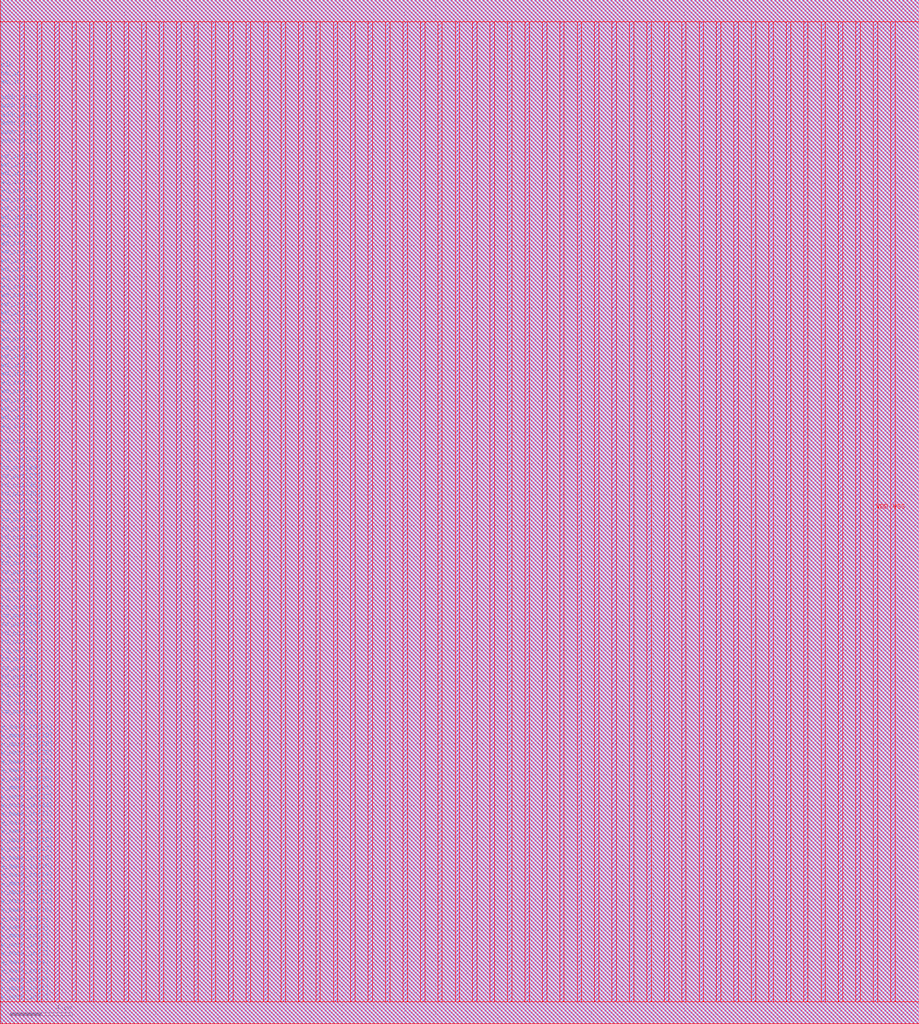
<source format=lef>
VERSION 5.7 ;
BUSBITCHARS "[]" ;
MACRO fakeram45_64x32
  FOREIGN fakeram45_64x32 0 0 ;
  SYMMETRY X Y R90 ;
  SIZE 59.090 BY 65.800 ;
  CLASS BLOCK ;
  PIN w_mask_in[0]
    DIRECTION INPUT ;
    USE SIGNAL ;
    SHAPE ABUTMENT ;
    PORT
      LAYER metal3 ;
      RECT 0.000 1.365 0.070 1.435 ;
    END
  END w_mask_in[0]
  PIN w_mask_in[1]
    DIRECTION INPUT ;
    USE SIGNAL ;
    SHAPE ABUTMENT ;
    PORT
      LAYER metal3 ;
      RECT 0.000 1.925 0.070 1.995 ;
    END
  END w_mask_in[1]
  PIN w_mask_in[2]
    DIRECTION INPUT ;
    USE SIGNAL ;
    SHAPE ABUTMENT ;
    PORT
      LAYER metal3 ;
      RECT 0.000 2.485 0.070 2.555 ;
    END
  END w_mask_in[2]
  PIN w_mask_in[3]
    DIRECTION INPUT ;
    USE SIGNAL ;
    SHAPE ABUTMENT ;
    PORT
      LAYER metal3 ;
      RECT 0.000 3.045 0.070 3.115 ;
    END
  END w_mask_in[3]
  PIN w_mask_in[4]
    DIRECTION INPUT ;
    USE SIGNAL ;
    SHAPE ABUTMENT ;
    PORT
      LAYER metal3 ;
      RECT 0.000 3.605 0.070 3.675 ;
    END
  END w_mask_in[4]
  PIN w_mask_in[5]
    DIRECTION INPUT ;
    USE SIGNAL ;
    SHAPE ABUTMENT ;
    PORT
      LAYER metal3 ;
      RECT 0.000 4.165 0.070 4.235 ;
    END
  END w_mask_in[5]
  PIN w_mask_in[6]
    DIRECTION INPUT ;
    USE SIGNAL ;
    SHAPE ABUTMENT ;
    PORT
      LAYER metal3 ;
      RECT 0.000 4.725 0.070 4.795 ;
    END
  END w_mask_in[6]
  PIN w_mask_in[7]
    DIRECTION INPUT ;
    USE SIGNAL ;
    SHAPE ABUTMENT ;
    PORT
      LAYER metal3 ;
      RECT 0.000 5.285 0.070 5.355 ;
    END
  END w_mask_in[7]
  PIN w_mask_in[8]
    DIRECTION INPUT ;
    USE SIGNAL ;
    SHAPE ABUTMENT ;
    PORT
      LAYER metal3 ;
      RECT 0.000 5.845 0.070 5.915 ;
    END
  END w_mask_in[8]
  PIN w_mask_in[9]
    DIRECTION INPUT ;
    USE SIGNAL ;
    SHAPE ABUTMENT ;
    PORT
      LAYER metal3 ;
      RECT 0.000 6.405 0.070 6.475 ;
    END
  END w_mask_in[9]
  PIN w_mask_in[10]
    DIRECTION INPUT ;
    USE SIGNAL ;
    SHAPE ABUTMENT ;
    PORT
      LAYER metal3 ;
      RECT 0.000 6.965 0.070 7.035 ;
    END
  END w_mask_in[10]
  PIN w_mask_in[11]
    DIRECTION INPUT ;
    USE SIGNAL ;
    SHAPE ABUTMENT ;
    PORT
      LAYER metal3 ;
      RECT 0.000 7.525 0.070 7.595 ;
    END
  END w_mask_in[11]
  PIN w_mask_in[12]
    DIRECTION INPUT ;
    USE SIGNAL ;
    SHAPE ABUTMENT ;
    PORT
      LAYER metal3 ;
      RECT 0.000 8.085 0.070 8.155 ;
    END
  END w_mask_in[12]
  PIN w_mask_in[13]
    DIRECTION INPUT ;
    USE SIGNAL ;
    SHAPE ABUTMENT ;
    PORT
      LAYER metal3 ;
      RECT 0.000 8.645 0.070 8.715 ;
    END
  END w_mask_in[13]
  PIN w_mask_in[14]
    DIRECTION INPUT ;
    USE SIGNAL ;
    SHAPE ABUTMENT ;
    PORT
      LAYER metal3 ;
      RECT 0.000 9.205 0.070 9.275 ;
    END
  END w_mask_in[14]
  PIN w_mask_in[15]
    DIRECTION INPUT ;
    USE SIGNAL ;
    SHAPE ABUTMENT ;
    PORT
      LAYER metal3 ;
      RECT 0.000 9.765 0.070 9.835 ;
    END
  END w_mask_in[15]
  PIN w_mask_in[16]
    DIRECTION INPUT ;
    USE SIGNAL ;
    SHAPE ABUTMENT ;
    PORT
      LAYER metal3 ;
      RECT 0.000 10.325 0.070 10.395 ;
    END
  END w_mask_in[16]
  PIN w_mask_in[17]
    DIRECTION INPUT ;
    USE SIGNAL ;
    SHAPE ABUTMENT ;
    PORT
      LAYER metal3 ;
      RECT 0.000 10.885 0.070 10.955 ;
    END
  END w_mask_in[17]
  PIN w_mask_in[18]
    DIRECTION INPUT ;
    USE SIGNAL ;
    SHAPE ABUTMENT ;
    PORT
      LAYER metal3 ;
      RECT 0.000 11.445 0.070 11.515 ;
    END
  END w_mask_in[18]
  PIN w_mask_in[19]
    DIRECTION INPUT ;
    USE SIGNAL ;
    SHAPE ABUTMENT ;
    PORT
      LAYER metal3 ;
      RECT 0.000 12.005 0.070 12.075 ;
    END
  END w_mask_in[19]
  PIN w_mask_in[20]
    DIRECTION INPUT ;
    USE SIGNAL ;
    SHAPE ABUTMENT ;
    PORT
      LAYER metal3 ;
      RECT 0.000 12.565 0.070 12.635 ;
    END
  END w_mask_in[20]
  PIN w_mask_in[21]
    DIRECTION INPUT ;
    USE SIGNAL ;
    SHAPE ABUTMENT ;
    PORT
      LAYER metal3 ;
      RECT 0.000 13.125 0.070 13.195 ;
    END
  END w_mask_in[21]
  PIN w_mask_in[22]
    DIRECTION INPUT ;
    USE SIGNAL ;
    SHAPE ABUTMENT ;
    PORT
      LAYER metal3 ;
      RECT 0.000 13.685 0.070 13.755 ;
    END
  END w_mask_in[22]
  PIN w_mask_in[23]
    DIRECTION INPUT ;
    USE SIGNAL ;
    SHAPE ABUTMENT ;
    PORT
      LAYER metal3 ;
      RECT 0.000 14.245 0.070 14.315 ;
    END
  END w_mask_in[23]
  PIN w_mask_in[24]
    DIRECTION INPUT ;
    USE SIGNAL ;
    SHAPE ABUTMENT ;
    PORT
      LAYER metal3 ;
      RECT 0.000 14.805 0.070 14.875 ;
    END
  END w_mask_in[24]
  PIN w_mask_in[25]
    DIRECTION INPUT ;
    USE SIGNAL ;
    SHAPE ABUTMENT ;
    PORT
      LAYER metal3 ;
      RECT 0.000 15.365 0.070 15.435 ;
    END
  END w_mask_in[25]
  PIN w_mask_in[26]
    DIRECTION INPUT ;
    USE SIGNAL ;
    SHAPE ABUTMENT ;
    PORT
      LAYER metal3 ;
      RECT 0.000 15.925 0.070 15.995 ;
    END
  END w_mask_in[26]
  PIN w_mask_in[27]
    DIRECTION INPUT ;
    USE SIGNAL ;
    SHAPE ABUTMENT ;
    PORT
      LAYER metal3 ;
      RECT 0.000 16.485 0.070 16.555 ;
    END
  END w_mask_in[27]
  PIN w_mask_in[28]
    DIRECTION INPUT ;
    USE SIGNAL ;
    SHAPE ABUTMENT ;
    PORT
      LAYER metal3 ;
      RECT 0.000 17.045 0.070 17.115 ;
    END
  END w_mask_in[28]
  PIN w_mask_in[29]
    DIRECTION INPUT ;
    USE SIGNAL ;
    SHAPE ABUTMENT ;
    PORT
      LAYER metal3 ;
      RECT 0.000 17.605 0.070 17.675 ;
    END
  END w_mask_in[29]
  PIN w_mask_in[30]
    DIRECTION INPUT ;
    USE SIGNAL ;
    SHAPE ABUTMENT ;
    PORT
      LAYER metal3 ;
      RECT 0.000 18.165 0.070 18.235 ;
    END
  END w_mask_in[30]
  PIN w_mask_in[31]
    DIRECTION INPUT ;
    USE SIGNAL ;
    SHAPE ABUTMENT ;
    PORT
      LAYER metal3 ;
      RECT 0.000 18.725 0.070 18.795 ;
    END
  END w_mask_in[31]
  PIN rd_out[0]
    DIRECTION OUTPUT ;
    USE SIGNAL ;
    SHAPE ABUTMENT ;
    PORT
      LAYER metal3 ;
      RECT 0.000 19.705 0.070 19.775 ;
    END
  END rd_out[0]
  PIN rd_out[1]
    DIRECTION OUTPUT ;
    USE SIGNAL ;
    SHAPE ABUTMENT ;
    PORT
      LAYER metal3 ;
      RECT 0.000 20.265 0.070 20.335 ;
    END
  END rd_out[1]
  PIN rd_out[2]
    DIRECTION OUTPUT ;
    USE SIGNAL ;
    SHAPE ABUTMENT ;
    PORT
      LAYER metal3 ;
      RECT 0.000 20.825 0.070 20.895 ;
    END
  END rd_out[2]
  PIN rd_out[3]
    DIRECTION OUTPUT ;
    USE SIGNAL ;
    SHAPE ABUTMENT ;
    PORT
      LAYER metal3 ;
      RECT 0.000 21.385 0.070 21.455 ;
    END
  END rd_out[3]
  PIN rd_out[4]
    DIRECTION OUTPUT ;
    USE SIGNAL ;
    SHAPE ABUTMENT ;
    PORT
      LAYER metal3 ;
      RECT 0.000 21.945 0.070 22.015 ;
    END
  END rd_out[4]
  PIN rd_out[5]
    DIRECTION OUTPUT ;
    USE SIGNAL ;
    SHAPE ABUTMENT ;
    PORT
      LAYER metal3 ;
      RECT 0.000 22.505 0.070 22.575 ;
    END
  END rd_out[5]
  PIN rd_out[6]
    DIRECTION OUTPUT ;
    USE SIGNAL ;
    SHAPE ABUTMENT ;
    PORT
      LAYER metal3 ;
      RECT 0.000 23.065 0.070 23.135 ;
    END
  END rd_out[6]
  PIN rd_out[7]
    DIRECTION OUTPUT ;
    USE SIGNAL ;
    SHAPE ABUTMENT ;
    PORT
      LAYER metal3 ;
      RECT 0.000 23.625 0.070 23.695 ;
    END
  END rd_out[7]
  PIN rd_out[8]
    DIRECTION OUTPUT ;
    USE SIGNAL ;
    SHAPE ABUTMENT ;
    PORT
      LAYER metal3 ;
      RECT 0.000 24.185 0.070 24.255 ;
    END
  END rd_out[8]
  PIN rd_out[9]
    DIRECTION OUTPUT ;
    USE SIGNAL ;
    SHAPE ABUTMENT ;
    PORT
      LAYER metal3 ;
      RECT 0.000 24.745 0.070 24.815 ;
    END
  END rd_out[9]
  PIN rd_out[10]
    DIRECTION OUTPUT ;
    USE SIGNAL ;
    SHAPE ABUTMENT ;
    PORT
      LAYER metal3 ;
      RECT 0.000 25.305 0.070 25.375 ;
    END
  END rd_out[10]
  PIN rd_out[11]
    DIRECTION OUTPUT ;
    USE SIGNAL ;
    SHAPE ABUTMENT ;
    PORT
      LAYER metal3 ;
      RECT 0.000 25.865 0.070 25.935 ;
    END
  END rd_out[11]
  PIN rd_out[12]
    DIRECTION OUTPUT ;
    USE SIGNAL ;
    SHAPE ABUTMENT ;
    PORT
      LAYER metal3 ;
      RECT 0.000 26.425 0.070 26.495 ;
    END
  END rd_out[12]
  PIN rd_out[13]
    DIRECTION OUTPUT ;
    USE SIGNAL ;
    SHAPE ABUTMENT ;
    PORT
      LAYER metal3 ;
      RECT 0.000 26.985 0.070 27.055 ;
    END
  END rd_out[13]
  PIN rd_out[14]
    DIRECTION OUTPUT ;
    USE SIGNAL ;
    SHAPE ABUTMENT ;
    PORT
      LAYER metal3 ;
      RECT 0.000 27.545 0.070 27.615 ;
    END
  END rd_out[14]
  PIN rd_out[15]
    DIRECTION OUTPUT ;
    USE SIGNAL ;
    SHAPE ABUTMENT ;
    PORT
      LAYER metal3 ;
      RECT 0.000 28.105 0.070 28.175 ;
    END
  END rd_out[15]
  PIN rd_out[16]
    DIRECTION OUTPUT ;
    USE SIGNAL ;
    SHAPE ABUTMENT ;
    PORT
      LAYER metal3 ;
      RECT 0.000 28.665 0.070 28.735 ;
    END
  END rd_out[16]
  PIN rd_out[17]
    DIRECTION OUTPUT ;
    USE SIGNAL ;
    SHAPE ABUTMENT ;
    PORT
      LAYER metal3 ;
      RECT 0.000 29.225 0.070 29.295 ;
    END
  END rd_out[17]
  PIN rd_out[18]
    DIRECTION OUTPUT ;
    USE SIGNAL ;
    SHAPE ABUTMENT ;
    PORT
      LAYER metal3 ;
      RECT 0.000 29.785 0.070 29.855 ;
    END
  END rd_out[18]
  PIN rd_out[19]
    DIRECTION OUTPUT ;
    USE SIGNAL ;
    SHAPE ABUTMENT ;
    PORT
      LAYER metal3 ;
      RECT 0.000 30.345 0.070 30.415 ;
    END
  END rd_out[19]
  PIN rd_out[20]
    DIRECTION OUTPUT ;
    USE SIGNAL ;
    SHAPE ABUTMENT ;
    PORT
      LAYER metal3 ;
      RECT 0.000 30.905 0.070 30.975 ;
    END
  END rd_out[20]
  PIN rd_out[21]
    DIRECTION OUTPUT ;
    USE SIGNAL ;
    SHAPE ABUTMENT ;
    PORT
      LAYER metal3 ;
      RECT 0.000 31.465 0.070 31.535 ;
    END
  END rd_out[21]
  PIN rd_out[22]
    DIRECTION OUTPUT ;
    USE SIGNAL ;
    SHAPE ABUTMENT ;
    PORT
      LAYER metal3 ;
      RECT 0.000 32.025 0.070 32.095 ;
    END
  END rd_out[22]
  PIN rd_out[23]
    DIRECTION OUTPUT ;
    USE SIGNAL ;
    SHAPE ABUTMENT ;
    PORT
      LAYER metal3 ;
      RECT 0.000 32.585 0.070 32.655 ;
    END
  END rd_out[23]
  PIN rd_out[24]
    DIRECTION OUTPUT ;
    USE SIGNAL ;
    SHAPE ABUTMENT ;
    PORT
      LAYER metal3 ;
      RECT 0.000 33.145 0.070 33.215 ;
    END
  END rd_out[24]
  PIN rd_out[25]
    DIRECTION OUTPUT ;
    USE SIGNAL ;
    SHAPE ABUTMENT ;
    PORT
      LAYER metal3 ;
      RECT 0.000 33.705 0.070 33.775 ;
    END
  END rd_out[25]
  PIN rd_out[26]
    DIRECTION OUTPUT ;
    USE SIGNAL ;
    SHAPE ABUTMENT ;
    PORT
      LAYER metal3 ;
      RECT 0.000 34.265 0.070 34.335 ;
    END
  END rd_out[26]
  PIN rd_out[27]
    DIRECTION OUTPUT ;
    USE SIGNAL ;
    SHAPE ABUTMENT ;
    PORT
      LAYER metal3 ;
      RECT 0.000 34.825 0.070 34.895 ;
    END
  END rd_out[27]
  PIN rd_out[28]
    DIRECTION OUTPUT ;
    USE SIGNAL ;
    SHAPE ABUTMENT ;
    PORT
      LAYER metal3 ;
      RECT 0.000 35.385 0.070 35.455 ;
    END
  END rd_out[28]
  PIN rd_out[29]
    DIRECTION OUTPUT ;
    USE SIGNAL ;
    SHAPE ABUTMENT ;
    PORT
      LAYER metal3 ;
      RECT 0.000 35.945 0.070 36.015 ;
    END
  END rd_out[29]
  PIN rd_out[30]
    DIRECTION OUTPUT ;
    USE SIGNAL ;
    SHAPE ABUTMENT ;
    PORT
      LAYER metal3 ;
      RECT 0.000 36.505 0.070 36.575 ;
    END
  END rd_out[30]
  PIN rd_out[31]
    DIRECTION OUTPUT ;
    USE SIGNAL ;
    SHAPE ABUTMENT ;
    PORT
      LAYER metal3 ;
      RECT 0.000 37.065 0.070 37.135 ;
    END
  END rd_out[31]
  PIN wd_in[0]
    DIRECTION INPUT ;
    USE SIGNAL ;
    SHAPE ABUTMENT ;
    PORT
      LAYER metal3 ;
      RECT 0.000 38.045 0.070 38.115 ;
    END
  END wd_in[0]
  PIN wd_in[1]
    DIRECTION INPUT ;
    USE SIGNAL ;
    SHAPE ABUTMENT ;
    PORT
      LAYER metal3 ;
      RECT 0.000 38.605 0.070 38.675 ;
    END
  END wd_in[1]
  PIN wd_in[2]
    DIRECTION INPUT ;
    USE SIGNAL ;
    SHAPE ABUTMENT ;
    PORT
      LAYER metal3 ;
      RECT 0.000 39.165 0.070 39.235 ;
    END
  END wd_in[2]
  PIN wd_in[3]
    DIRECTION INPUT ;
    USE SIGNAL ;
    SHAPE ABUTMENT ;
    PORT
      LAYER metal3 ;
      RECT 0.000 39.725 0.070 39.795 ;
    END
  END wd_in[3]
  PIN wd_in[4]
    DIRECTION INPUT ;
    USE SIGNAL ;
    SHAPE ABUTMENT ;
    PORT
      LAYER metal3 ;
      RECT 0.000 40.285 0.070 40.355 ;
    END
  END wd_in[4]
  PIN wd_in[5]
    DIRECTION INPUT ;
    USE SIGNAL ;
    SHAPE ABUTMENT ;
    PORT
      LAYER metal3 ;
      RECT 0.000 40.845 0.070 40.915 ;
    END
  END wd_in[5]
  PIN wd_in[6]
    DIRECTION INPUT ;
    USE SIGNAL ;
    SHAPE ABUTMENT ;
    PORT
      LAYER metal3 ;
      RECT 0.000 41.405 0.070 41.475 ;
    END
  END wd_in[6]
  PIN wd_in[7]
    DIRECTION INPUT ;
    USE SIGNAL ;
    SHAPE ABUTMENT ;
    PORT
      LAYER metal3 ;
      RECT 0.000 41.965 0.070 42.035 ;
    END
  END wd_in[7]
  PIN wd_in[8]
    DIRECTION INPUT ;
    USE SIGNAL ;
    SHAPE ABUTMENT ;
    PORT
      LAYER metal3 ;
      RECT 0.000 42.525 0.070 42.595 ;
    END
  END wd_in[8]
  PIN wd_in[9]
    DIRECTION INPUT ;
    USE SIGNAL ;
    SHAPE ABUTMENT ;
    PORT
      LAYER metal3 ;
      RECT 0.000 43.085 0.070 43.155 ;
    END
  END wd_in[9]
  PIN wd_in[10]
    DIRECTION INPUT ;
    USE SIGNAL ;
    SHAPE ABUTMENT ;
    PORT
      LAYER metal3 ;
      RECT 0.000 43.645 0.070 43.715 ;
    END
  END wd_in[10]
  PIN wd_in[11]
    DIRECTION INPUT ;
    USE SIGNAL ;
    SHAPE ABUTMENT ;
    PORT
      LAYER metal3 ;
      RECT 0.000 44.205 0.070 44.275 ;
    END
  END wd_in[11]
  PIN wd_in[12]
    DIRECTION INPUT ;
    USE SIGNAL ;
    SHAPE ABUTMENT ;
    PORT
      LAYER metal3 ;
      RECT 0.000 44.765 0.070 44.835 ;
    END
  END wd_in[12]
  PIN wd_in[13]
    DIRECTION INPUT ;
    USE SIGNAL ;
    SHAPE ABUTMENT ;
    PORT
      LAYER metal3 ;
      RECT 0.000 45.325 0.070 45.395 ;
    END
  END wd_in[13]
  PIN wd_in[14]
    DIRECTION INPUT ;
    USE SIGNAL ;
    SHAPE ABUTMENT ;
    PORT
      LAYER metal3 ;
      RECT 0.000 45.885 0.070 45.955 ;
    END
  END wd_in[14]
  PIN wd_in[15]
    DIRECTION INPUT ;
    USE SIGNAL ;
    SHAPE ABUTMENT ;
    PORT
      LAYER metal3 ;
      RECT 0.000 46.445 0.070 46.515 ;
    END
  END wd_in[15]
  PIN wd_in[16]
    DIRECTION INPUT ;
    USE SIGNAL ;
    SHAPE ABUTMENT ;
    PORT
      LAYER metal3 ;
      RECT 0.000 47.005 0.070 47.075 ;
    END
  END wd_in[16]
  PIN wd_in[17]
    DIRECTION INPUT ;
    USE SIGNAL ;
    SHAPE ABUTMENT ;
    PORT
      LAYER metal3 ;
      RECT 0.000 47.565 0.070 47.635 ;
    END
  END wd_in[17]
  PIN wd_in[18]
    DIRECTION INPUT ;
    USE SIGNAL ;
    SHAPE ABUTMENT ;
    PORT
      LAYER metal3 ;
      RECT 0.000 48.125 0.070 48.195 ;
    END
  END wd_in[18]
  PIN wd_in[19]
    DIRECTION INPUT ;
    USE SIGNAL ;
    SHAPE ABUTMENT ;
    PORT
      LAYER metal3 ;
      RECT 0.000 48.685 0.070 48.755 ;
    END
  END wd_in[19]
  PIN wd_in[20]
    DIRECTION INPUT ;
    USE SIGNAL ;
    SHAPE ABUTMENT ;
    PORT
      LAYER metal3 ;
      RECT 0.000 49.245 0.070 49.315 ;
    END
  END wd_in[20]
  PIN wd_in[21]
    DIRECTION INPUT ;
    USE SIGNAL ;
    SHAPE ABUTMENT ;
    PORT
      LAYER metal3 ;
      RECT 0.000 49.805 0.070 49.875 ;
    END
  END wd_in[21]
  PIN wd_in[22]
    DIRECTION INPUT ;
    USE SIGNAL ;
    SHAPE ABUTMENT ;
    PORT
      LAYER metal3 ;
      RECT 0.000 50.365 0.070 50.435 ;
    END
  END wd_in[22]
  PIN wd_in[23]
    DIRECTION INPUT ;
    USE SIGNAL ;
    SHAPE ABUTMENT ;
    PORT
      LAYER metal3 ;
      RECT 0.000 50.925 0.070 50.995 ;
    END
  END wd_in[23]
  PIN wd_in[24]
    DIRECTION INPUT ;
    USE SIGNAL ;
    SHAPE ABUTMENT ;
    PORT
      LAYER metal3 ;
      RECT 0.000 51.485 0.070 51.555 ;
    END
  END wd_in[24]
  PIN wd_in[25]
    DIRECTION INPUT ;
    USE SIGNAL ;
    SHAPE ABUTMENT ;
    PORT
      LAYER metal3 ;
      RECT 0.000 52.045 0.070 52.115 ;
    END
  END wd_in[25]
  PIN wd_in[26]
    DIRECTION INPUT ;
    USE SIGNAL ;
    SHAPE ABUTMENT ;
    PORT
      LAYER metal3 ;
      RECT 0.000 52.605 0.070 52.675 ;
    END
  END wd_in[26]
  PIN wd_in[27]
    DIRECTION INPUT ;
    USE SIGNAL ;
    SHAPE ABUTMENT ;
    PORT
      LAYER metal3 ;
      RECT 0.000 53.165 0.070 53.235 ;
    END
  END wd_in[27]
  PIN wd_in[28]
    DIRECTION INPUT ;
    USE SIGNAL ;
    SHAPE ABUTMENT ;
    PORT
      LAYER metal3 ;
      RECT 0.000 53.725 0.070 53.795 ;
    END
  END wd_in[28]
  PIN wd_in[29]
    DIRECTION INPUT ;
    USE SIGNAL ;
    SHAPE ABUTMENT ;
    PORT
      LAYER metal3 ;
      RECT 0.000 54.285 0.070 54.355 ;
    END
  END wd_in[29]
  PIN wd_in[30]
    DIRECTION INPUT ;
    USE SIGNAL ;
    SHAPE ABUTMENT ;
    PORT
      LAYER metal3 ;
      RECT 0.000 54.845 0.070 54.915 ;
    END
  END wd_in[30]
  PIN wd_in[31]
    DIRECTION INPUT ;
    USE SIGNAL ;
    SHAPE ABUTMENT ;
    PORT
      LAYER metal3 ;
      RECT 0.000 55.405 0.070 55.475 ;
    END
  END wd_in[31]
  PIN addr_in[0]
    DIRECTION INPUT ;
    USE SIGNAL ;
    SHAPE ABUTMENT ;
    PORT
      LAYER metal3 ;
      RECT 0.000 56.385 0.070 56.455 ;
    END
  END addr_in[0]
  PIN addr_in[1]
    DIRECTION INPUT ;
    USE SIGNAL ;
    SHAPE ABUTMENT ;
    PORT
      LAYER metal3 ;
      RECT 0.000 56.945 0.070 57.015 ;
    END
  END addr_in[1]
  PIN addr_in[2]
    DIRECTION INPUT ;
    USE SIGNAL ;
    SHAPE ABUTMENT ;
    PORT
      LAYER metal3 ;
      RECT 0.000 57.505 0.070 57.575 ;
    END
  END addr_in[2]
  PIN addr_in[3]
    DIRECTION INPUT ;
    USE SIGNAL ;
    SHAPE ABUTMENT ;
    PORT
      LAYER metal3 ;
      RECT 0.000 58.065 0.070 58.135 ;
    END
  END addr_in[3]
  PIN addr_in[4]
    DIRECTION INPUT ;
    USE SIGNAL ;
    SHAPE ABUTMENT ;
    PORT
      LAYER metal3 ;
      RECT 0.000 58.625 0.070 58.695 ;
    END
  END addr_in[4]
  PIN addr_in[5]
    DIRECTION INPUT ;
    USE SIGNAL ;
    SHAPE ABUTMENT ;
    PORT
      LAYER metal3 ;
      RECT 0.000 59.185 0.070 59.255 ;
    END
  END addr_in[5]
  PIN we_in
    DIRECTION INPUT ;
    USE SIGNAL ;
    SHAPE ABUTMENT ;
    PORT
      LAYER metal3 ;
      RECT 0.000 60.165 0.070 60.235 ;
    END
  END we_in
  PIN ce_in
    DIRECTION INPUT ;
    USE SIGNAL ;
    SHAPE ABUTMENT ;
    PORT
      LAYER metal3 ;
      RECT 0.000 60.725 0.070 60.795 ;
    END
  END ce_in
  PIN clk
    DIRECTION INPUT ;
    USE SIGNAL ;
    SHAPE ABUTMENT ;
    PORT
      LAYER metal3 ;
      RECT 0.000 61.285 0.070 61.355 ;
    END
  END clk
  PIN VSS
    DIRECTION INOUT ;
    USE GROUND ;
    PORT
      LAYER metal4 ;
      RECT 1.260 1.400 1.540 64.400 ;
      RECT 3.500 1.400 3.780 64.400 ;
      RECT 5.740 1.400 6.020 64.400 ;
      RECT 7.980 1.400 8.260 64.400 ;
      RECT 10.220 1.400 10.500 64.400 ;
      RECT 12.460 1.400 12.740 64.400 ;
      RECT 14.700 1.400 14.980 64.400 ;
      RECT 16.940 1.400 17.220 64.400 ;
      RECT 19.180 1.400 19.460 64.400 ;
      RECT 21.420 1.400 21.700 64.400 ;
      RECT 23.660 1.400 23.940 64.400 ;
      RECT 25.900 1.400 26.180 64.400 ;
      RECT 28.140 1.400 28.420 64.400 ;
      RECT 30.380 1.400 30.660 64.400 ;
      RECT 32.620 1.400 32.900 64.400 ;
      RECT 34.860 1.400 35.140 64.400 ;
      RECT 37.100 1.400 37.380 64.400 ;
      RECT 39.340 1.400 39.620 64.400 ;
      RECT 41.580 1.400 41.860 64.400 ;
      RECT 43.820 1.400 44.100 64.400 ;
      RECT 46.060 1.400 46.340 64.400 ;
      RECT 48.300 1.400 48.580 64.400 ;
      RECT 50.540 1.400 50.820 64.400 ;
      RECT 52.780 1.400 53.060 64.400 ;
      RECT 55.020 1.400 55.300 64.400 ;
      RECT 57.260 1.400 57.540 64.400 ;
    END
  END VSS
  PIN VDD
    DIRECTION INOUT ;
    USE POWER ;
    PORT
      LAYER metal4 ;
      RECT 2.380 1.400 2.660 64.400 ;
      RECT 4.620 1.400 4.900 64.400 ;
      RECT 6.860 1.400 7.140 64.400 ;
      RECT 9.100 1.400 9.380 64.400 ;
      RECT 11.340 1.400 11.620 64.400 ;
      RECT 13.580 1.400 13.860 64.400 ;
      RECT 15.820 1.400 16.100 64.400 ;
      RECT 18.060 1.400 18.340 64.400 ;
      RECT 20.300 1.400 20.580 64.400 ;
      RECT 22.540 1.400 22.820 64.400 ;
      RECT 24.780 1.400 25.060 64.400 ;
      RECT 27.020 1.400 27.300 64.400 ;
      RECT 29.260 1.400 29.540 64.400 ;
      RECT 31.500 1.400 31.780 64.400 ;
      RECT 33.740 1.400 34.020 64.400 ;
      RECT 35.980 1.400 36.260 64.400 ;
      RECT 38.220 1.400 38.500 64.400 ;
      RECT 40.460 1.400 40.740 64.400 ;
      RECT 42.700 1.400 42.980 64.400 ;
      RECT 44.940 1.400 45.220 64.400 ;
      RECT 47.180 1.400 47.460 64.400 ;
      RECT 49.420 1.400 49.700 64.400 ;
      RECT 51.660 1.400 51.940 64.400 ;
      RECT 53.900 1.400 54.180 64.400 ;
      RECT 56.140 1.400 56.420 64.400 ;
    END
  END VDD
  OBS
    LAYER metal1 ;
    RECT 0 0 59.090 65.800 ;
    LAYER metal2 ;
    RECT 0 0 59.090 65.800 ;
    LAYER metal3 ;
    RECT 0.070 0 59.090 65.800 ;
    RECT 0 0.000 0.070 1.365 ;
    RECT 0 1.435 0.070 1.925 ;
    RECT 0 1.995 0.070 2.485 ;
    RECT 0 2.555 0.070 3.045 ;
    RECT 0 3.115 0.070 3.605 ;
    RECT 0 3.675 0.070 4.165 ;
    RECT 0 4.235 0.070 4.725 ;
    RECT 0 4.795 0.070 5.285 ;
    RECT 0 5.355 0.070 5.845 ;
    RECT 0 5.915 0.070 6.405 ;
    RECT 0 6.475 0.070 6.965 ;
    RECT 0 7.035 0.070 7.525 ;
    RECT 0 7.595 0.070 8.085 ;
    RECT 0 8.155 0.070 8.645 ;
    RECT 0 8.715 0.070 9.205 ;
    RECT 0 9.275 0.070 9.765 ;
    RECT 0 9.835 0.070 10.325 ;
    RECT 0 10.395 0.070 10.885 ;
    RECT 0 10.955 0.070 11.445 ;
    RECT 0 11.515 0.070 12.005 ;
    RECT 0 12.075 0.070 12.565 ;
    RECT 0 12.635 0.070 13.125 ;
    RECT 0 13.195 0.070 13.685 ;
    RECT 0 13.755 0.070 14.245 ;
    RECT 0 14.315 0.070 14.805 ;
    RECT 0 14.875 0.070 15.365 ;
    RECT 0 15.435 0.070 15.925 ;
    RECT 0 15.995 0.070 16.485 ;
    RECT 0 16.555 0.070 17.045 ;
    RECT 0 17.115 0.070 17.605 ;
    RECT 0 17.675 0.070 18.165 ;
    RECT 0 18.235 0.070 18.725 ;
    RECT 0 18.795 0.070 19.705 ;
    RECT 0 19.775 0.070 20.265 ;
    RECT 0 20.335 0.070 20.825 ;
    RECT 0 20.895 0.070 21.385 ;
    RECT 0 21.455 0.070 21.945 ;
    RECT 0 22.015 0.070 22.505 ;
    RECT 0 22.575 0.070 23.065 ;
    RECT 0 23.135 0.070 23.625 ;
    RECT 0 23.695 0.070 24.185 ;
    RECT 0 24.255 0.070 24.745 ;
    RECT 0 24.815 0.070 25.305 ;
    RECT 0 25.375 0.070 25.865 ;
    RECT 0 25.935 0.070 26.425 ;
    RECT 0 26.495 0.070 26.985 ;
    RECT 0 27.055 0.070 27.545 ;
    RECT 0 27.615 0.070 28.105 ;
    RECT 0 28.175 0.070 28.665 ;
    RECT 0 28.735 0.070 29.225 ;
    RECT 0 29.295 0.070 29.785 ;
    RECT 0 29.855 0.070 30.345 ;
    RECT 0 30.415 0.070 30.905 ;
    RECT 0 30.975 0.070 31.465 ;
    RECT 0 31.535 0.070 32.025 ;
    RECT 0 32.095 0.070 32.585 ;
    RECT 0 32.655 0.070 33.145 ;
    RECT 0 33.215 0.070 33.705 ;
    RECT 0 33.775 0.070 34.265 ;
    RECT 0 34.335 0.070 34.825 ;
    RECT 0 34.895 0.070 35.385 ;
    RECT 0 35.455 0.070 35.945 ;
    RECT 0 36.015 0.070 36.505 ;
    RECT 0 36.575 0.070 37.065 ;
    RECT 0 37.135 0.070 38.045 ;
    RECT 0 38.115 0.070 38.605 ;
    RECT 0 38.675 0.070 39.165 ;
    RECT 0 39.235 0.070 39.725 ;
    RECT 0 39.795 0.070 40.285 ;
    RECT 0 40.355 0.070 40.845 ;
    RECT 0 40.915 0.070 41.405 ;
    RECT 0 41.475 0.070 41.965 ;
    RECT 0 42.035 0.070 42.525 ;
    RECT 0 42.595 0.070 43.085 ;
    RECT 0 43.155 0.070 43.645 ;
    RECT 0 43.715 0.070 44.205 ;
    RECT 0 44.275 0.070 44.765 ;
    RECT 0 44.835 0.070 45.325 ;
    RECT 0 45.395 0.070 45.885 ;
    RECT 0 45.955 0.070 46.445 ;
    RECT 0 46.515 0.070 47.005 ;
    RECT 0 47.075 0.070 47.565 ;
    RECT 0 47.635 0.070 48.125 ;
    RECT 0 48.195 0.070 48.685 ;
    RECT 0 48.755 0.070 49.245 ;
    RECT 0 49.315 0.070 49.805 ;
    RECT 0 49.875 0.070 50.365 ;
    RECT 0 50.435 0.070 50.925 ;
    RECT 0 50.995 0.070 51.485 ;
    RECT 0 51.555 0.070 52.045 ;
    RECT 0 52.115 0.070 52.605 ;
    RECT 0 52.675 0.070 53.165 ;
    RECT 0 53.235 0.070 53.725 ;
    RECT 0 53.795 0.070 54.285 ;
    RECT 0 54.355 0.070 54.845 ;
    RECT 0 54.915 0.070 55.405 ;
    RECT 0 55.475 0.070 56.385 ;
    RECT 0 56.455 0.070 56.945 ;
    RECT 0 57.015 0.070 57.505 ;
    RECT 0 57.575 0.070 58.065 ;
    RECT 0 58.135 0.070 58.625 ;
    RECT 0 58.695 0.070 59.185 ;
    RECT 0 59.255 0.070 60.165 ;
    RECT 0 60.235 0.070 60.725 ;
    RECT 0 60.795 0.070 61.285 ;
    RECT 0 61.355 0.070 65.800 ;
    LAYER metal4 ;
    RECT 0 0 59.090 1.400 ;
    RECT 0 64.400 59.090 65.800 ;
    RECT 0.000 1.400 1.260 64.400 ;
    RECT 1.540 1.400 2.380 64.400 ;
    RECT 2.660 1.400 3.500 64.400 ;
    RECT 3.780 1.400 4.620 64.400 ;
    RECT 4.900 1.400 5.740 64.400 ;
    RECT 6.020 1.400 6.860 64.400 ;
    RECT 7.140 1.400 7.980 64.400 ;
    RECT 8.260 1.400 9.100 64.400 ;
    RECT 9.380 1.400 10.220 64.400 ;
    RECT 10.500 1.400 11.340 64.400 ;
    RECT 11.620 1.400 12.460 64.400 ;
    RECT 12.740 1.400 13.580 64.400 ;
    RECT 13.860 1.400 14.700 64.400 ;
    RECT 14.980 1.400 15.820 64.400 ;
    RECT 16.100 1.400 16.940 64.400 ;
    RECT 17.220 1.400 18.060 64.400 ;
    RECT 18.340 1.400 19.180 64.400 ;
    RECT 19.460 1.400 20.300 64.400 ;
    RECT 20.580 1.400 21.420 64.400 ;
    RECT 21.700 1.400 22.540 64.400 ;
    RECT 22.820 1.400 23.660 64.400 ;
    RECT 23.940 1.400 24.780 64.400 ;
    RECT 25.060 1.400 25.900 64.400 ;
    RECT 26.180 1.400 27.020 64.400 ;
    RECT 27.300 1.400 28.140 64.400 ;
    RECT 28.420 1.400 29.260 64.400 ;
    RECT 29.540 1.400 30.380 64.400 ;
    RECT 30.660 1.400 31.500 64.400 ;
    RECT 31.780 1.400 32.620 64.400 ;
    RECT 32.900 1.400 33.740 64.400 ;
    RECT 34.020 1.400 34.860 64.400 ;
    RECT 35.140 1.400 35.980 64.400 ;
    RECT 36.260 1.400 37.100 64.400 ;
    RECT 37.380 1.400 38.220 64.400 ;
    RECT 38.500 1.400 39.340 64.400 ;
    RECT 39.620 1.400 40.460 64.400 ;
    RECT 40.740 1.400 41.580 64.400 ;
    RECT 41.860 1.400 42.700 64.400 ;
    RECT 42.980 1.400 43.820 64.400 ;
    RECT 44.100 1.400 44.940 64.400 ;
    RECT 45.220 1.400 46.060 64.400 ;
    RECT 46.340 1.400 47.180 64.400 ;
    RECT 47.460 1.400 48.300 64.400 ;
    RECT 48.580 1.400 49.420 64.400 ;
    RECT 49.700 1.400 50.540 64.400 ;
    RECT 50.820 1.400 51.660 64.400 ;
    RECT 51.940 1.400 52.780 64.400 ;
    RECT 53.060 1.400 53.900 64.400 ;
    RECT 54.180 1.400 55.020 64.400 ;
    RECT 55.300 1.400 56.140 64.400 ;
    RECT 56.420 1.400 57.260 64.400 ;
    RECT 57.540 1.400 59.090 64.400 ;
    LAYER OVERLAP ;
    RECT 0 0 59.090 65.800 ;
  END
END fakeram45_64x32

END LIBRARY

</source>
